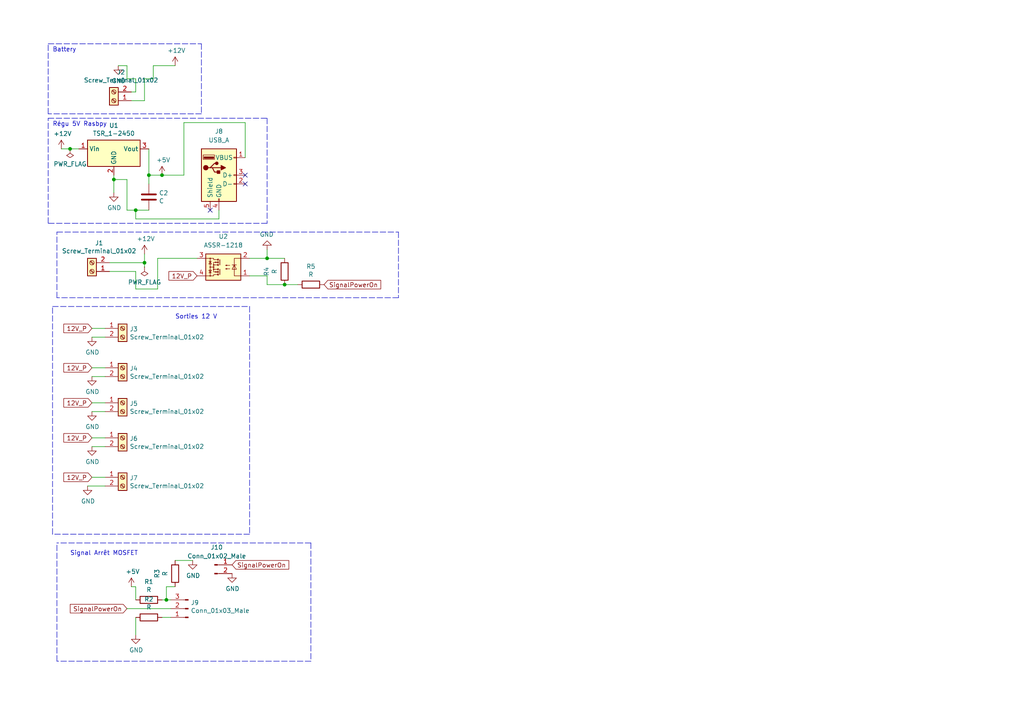
<source format=kicad_sch>
(kicad_sch (version 20211123) (generator eeschema)
  (paper "A4")
  (lib_symbols
    (symbol "Connector:Conn_01x02_Male" (pin_names (offset 1.016) hide)
      (property "Reference" "J" (at 0 2.54 0))
      (property "Value" "Conn_01x02_Male" (at 0 -5.08 0))
      (symbol "Conn_01x02_Male_1_1"
        (polyline (pts (xy 1.27 -2.54) (xy 0.8636 -2.54)) (stroke (width 0.1524)))
        (polyline (pts (xy 1.27 0) (xy 0.8636 0)) (stroke (width 0.1524)))
        (rectangle (start 0.8636 -2.413) (end 0 -2.667) (stroke (width 0.1524)) (fill (type outline)))
        (rectangle (start 0.8636 0.127) (end 0 -0.127) (stroke (width 0.1524)) (fill (type outline)))
        (pin passive line (at 5.08 0 180) (length 3.81) (name "Pin_1") (number "1"))
        (pin passive line (at 5.08 -2.54 180) (length 3.81) (name "Pin_2") (number "2"))
      )
    )
    (symbol "Connector:Conn_01x03_Male" (pin_names (offset 1.016) hide)
      (property "Reference" "J" (at 0 5.08 0))
      (property "Value" "Conn_01x03_Male" (at 0 -5.08 0))
      (symbol "Conn_01x03_Male_1_1"
        (polyline (pts (xy 1.27 -2.54) (xy 0.8636 -2.54)) (stroke (width 0.1524)))
        (polyline (pts (xy 1.27 0) (xy 0.8636 0)) (stroke (width 0.1524)))
        (polyline (pts (xy 1.27 2.54) (xy 0.8636 2.54)) (stroke (width 0.1524)))
        (rectangle (start 0.8636 -2.413) (end 0 -2.667) (stroke (width 0.1524)) (fill (type outline)))
        (rectangle (start 0.8636 0.127) (end 0 -0.127) (stroke (width 0.1524)) (fill (type outline)))
        (rectangle (start 0.8636 2.667) (end 0 2.413) (stroke (width 0.1524)) (fill (type outline)))
        (pin passive line (at 5.08 2.54 180) (length 3.81) (name "Pin_1") (number "1"))
        (pin passive line (at 5.08 0 180) (length 3.81) (name "Pin_2") (number "2"))
        (pin passive line (at 5.08 -2.54 180) (length 3.81) (name "Pin_3") (number "3"))
      )
    )
    (symbol "Connector:Screw_Terminal_01x02" (pin_names (offset 1.016) hide)
      (property "Reference" "J" (at 0 2.54 0))
      (property "Value" "Screw_Terminal_01x02" (at 0 -5.08 0))
      (symbol "Screw_Terminal_01x02_1_1"
        (rectangle (start -1.27 1.27) (end 1.27 -3.81) (stroke (width 0.254)) (fill (type background)))
        (circle (center 0 -2.54) (radius 0.635) (stroke (width 0.1524)))
        (polyline (pts (xy -0.5334 -2.2098) (xy 0.3302 -3.048)) (stroke (width 0.1524)))
        (polyline (pts (xy -0.5334 0.3302) (xy 0.3302 -0.508)) (stroke (width 0.1524)))
        (polyline (pts (xy -0.3556 -2.032) (xy 0.508 -2.8702)) (stroke (width 0.1524)))
        (polyline (pts (xy -0.3556 0.508) (xy 0.508 -0.3302)) (stroke (width 0.1524)))
        (circle (center 0 0) (radius 0.635) (stroke (width 0.1524)))
        (pin passive line (at -5.08 0 0) (length 3.81) (name "Pin_1") (number "1"))
        (pin passive line (at -5.08 -2.54 0) (length 3.81) (name "Pin_2") (number "2"))
      )
    )
    (symbol "Connector:USB_A" (pin_names (offset 1.016))
      (property "Reference" "J" (at -5.08 11.43 0))
      (property "Value" "USB_A" (at -5.08 8.89 0))
      (symbol "USB_A_0_1"
        (rectangle (start -5.08 -7.62) (end 5.08 7.62) (stroke (width 0.254)) (fill (type background)))
        (circle (center -3.81 2.159) (radius 0.635) (stroke (width 0.254)) (fill (type outline)))
        (rectangle (start -1.524 4.826) (end -4.318 5.334) (fill (type outline)))
        (rectangle (start -1.27 4.572) (end -4.572 5.842))
        (circle (center -0.635 3.429) (radius 0.381) (stroke (width 0.254)) (fill (type outline)))
        (rectangle (start -0.127 -7.62) (end 0.127 -6.858))
        (polyline (pts (xy -3.175 2.159) (xy -2.54 2.159) (xy -1.27 3.429) (xy -0.635 3.429)) (stroke (width 0.254)))
        (polyline (pts (xy -2.54 2.159) (xy -1.905 2.159) (xy -1.27 0.889) (xy 0 0.889)) (stroke (width 0.254)))
        (polyline (pts (xy 0.635 2.794) (xy 0.635 1.524) (xy 1.905 2.159) (xy 0.635 2.794)) (stroke (width 0.254)) (fill (type outline)))
        (rectangle (start 0.254 1.27) (end -0.508 0.508) (stroke (width 0.254)) (fill (type outline)))
        (rectangle (start 5.08 -2.667) (end 4.318 -2.413))
        (rectangle (start 5.08 -0.127) (end 4.318 0.127))
        (rectangle (start 5.08 4.953) (end 4.318 5.207))
      )
      (symbol "USB_A_1_1"
        (polyline (pts (xy -1.905 2.159) (xy 0.635 2.159)) (stroke (width 0.254)))
        (pin power_in line (at 7.62 5.08 180) (length 2.54) (name "VBUS") (number "1"))
        (pin bidirectional line (at 7.62 -2.54 180) (length 2.54) (name "D-") (number "2"))
        (pin bidirectional line (at 7.62 0 180) (length 2.54) (name "D+") (number "3"))
        (pin power_in line (at 0 -10.16 90) (length 2.54) (name "GND") (number "4"))
        (pin passive line (at -2.54 -10.16 90) (length 2.54) (name "Shield") (number "5"))
      )
    )
    (symbol "Device:C" (pin_numbers hide) (pin_names (offset 0.254))
      (property "Reference" "C" (at 0.635 2.54 0))
      (property "Value" "C" (at 0.635 -2.54 0))
      (symbol "C_0_1"
        (polyline (pts (xy -2.032 -0.762) (xy 2.032 -0.762)) (stroke (width 0.508)))
        (polyline (pts (xy -2.032 0.762) (xy 2.032 0.762)) (stroke (width 0.508)))
      )
      (symbol "C_1_1"
        (pin passive line (at 0 3.81 270) (length 2.794) (name "~") (number "1"))
        (pin passive line (at 0 -3.81 90) (length 2.794) (name "~") (number "2"))
      )
    )
    (symbol "Device:R" (pin_numbers hide) (pin_names (offset 0))
      (property "Reference" "R" (at 2.032 0 90))
      (property "Value" "R" (at 0 0 90))
      (symbol "R_0_1"
        (rectangle (start -1.016 -2.54) (end 1.016 2.54) (stroke (width 0.254)))
      )
      (symbol "R_1_1"
        (pin passive line (at 0 3.81 270) (length 1.27) (name "~") (number "1"))
        (pin passive line (at 0 -3.81 90) (length 1.27) (name "~") (number "2"))
      )
    )
    (symbol "Regulator_Switching:TSR_1-2450"
      (property "Reference" "U" (at -7.62 6.35 0))
      (property "Value" "TSR_1-2450" (at -1.27 6.35 0))
      (symbol "TSR_1-2450_0_1"
        (rectangle (start -7.62 5.08) (end 7.62 -2.54) (stroke (width 0.254)) (fill (type background)))
      )
      (symbol "TSR_1-2450_1_1"
        (pin power_in line (at -10.16 2.54 0) (length 2.54) (name "Vin") (number "1"))
        (pin power_in line (at 0 -5.08 90) (length 2.54) (name "GND") (number "2"))
        (pin power_out line (at 10.16 2.54 180) (length 2.54) (name "Vout") (number "3"))
      )
    )
    (symbol "Relay_SolidState:ASSR-1218"
      (property "Reference" "U" (at -5.08 5.08 0))
      (property "Value" "ASSR-1218" (at 0 5.08 0))
      (symbol "ASSR-1218_0_1"
        (rectangle (start -5.08 3.81) (end 5.08 -3.81) (stroke (width 0.254)) (fill (type background)))
        (polyline (pts (xy -3.81 -0.635) (xy -2.54 -0.635)))
        (polyline (pts (xy 1.016 -0.635) (xy 1.016 -2.159)) (stroke (width 0.2032)))
        (polyline (pts (xy 1.016 2.159) (xy 1.016 0.635)) (stroke (width 0.2032)))
        (polyline (pts (xy 1.524 -0.508) (xy 1.524 -0.762)) (stroke (width 0.3556)))
        (polyline (pts (xy 2.794 0) (xy 3.81 0)))
        (polyline (pts (xy 3.429 -1.651) (xy 4.191 -1.651)))
        (polyline (pts (xy 3.429 1.651) (xy 4.191 1.651)))
        (polyline (pts (xy 3.81 -2.54) (xy 3.81 2.54)))
        (polyline (pts (xy 1.524 -2.032) (xy 1.524 -2.286) (xy 1.524 -2.286)) (stroke (width 0.3556)))
        (polyline (pts (xy 1.524 -1.27) (xy 1.524 -1.524) (xy 1.524 -1.524)) (stroke (width 0.3556)))
        (polyline (pts (xy 1.524 0.762) (xy 1.524 0.508) (xy 1.524 0.508)) (stroke (width 0.3556)))
        (polyline (pts (xy 1.524 1.524) (xy 1.524 1.27) (xy 1.524 1.27)) (stroke (width 0.3556)))
        (polyline (pts (xy 1.524 2.286) (xy 1.524 2.032) (xy 1.524 2.032)) (stroke (width 0.3556)))
        (polyline (pts (xy 1.651 -1.397) (xy 2.794 -1.397) (xy 2.794 -0.635)))
        (polyline (pts (xy 1.651 1.397) (xy 2.794 1.397) (xy 2.794 0.635)))
        (polyline (pts (xy -5.08 2.54) (xy -3.175 2.54) (xy -3.175 -2.54) (xy -5.08 -2.54)))
        (polyline (pts (xy -3.175 -0.635) (xy -3.81 0.635) (xy -2.54 0.635) (xy -3.175 -0.635)))
        (polyline (pts (xy 1.651 -2.159) (xy 2.794 -2.159) (xy 2.794 -2.54) (xy 5.08 -2.54)))
        (polyline (pts (xy 1.651 -0.635) (xy 2.794 -0.635) (xy 2.794 0.635) (xy 1.651 0.635)))
        (polyline (pts (xy 1.651 2.159) (xy 2.794 2.159) (xy 2.794 2.54) (xy 5.08 2.54)))
        (polyline (pts (xy 1.778 -1.397) (xy 2.286 -1.27) (xy 2.286 -1.524) (xy 1.778 -1.397)))
        (polyline (pts (xy 1.778 1.397) (xy 2.286 1.524) (xy 2.286 1.27) (xy 1.778 1.397)))
        (polyline (pts (xy 3.81 -1.651) (xy 3.429 -0.889) (xy 4.191 -0.889) (xy 3.81 -1.651)))
        (polyline (pts (xy 3.81 1.651) (xy 3.429 0.889) (xy 4.191 0.889) (xy 3.81 1.651)))
        (polyline (pts (xy -1.905 -0.508) (xy -0.635 -0.508) (xy -1.016 -0.635) (xy -1.016 -0.381) (xy -0.635 -0.508)))
        (polyline (pts (xy -1.905 0.508) (xy -0.635 0.508) (xy -1.016 0.381) (xy -1.016 0.635) (xy -0.635 0.508)))
        (circle (center 2.794 -0.635) (radius 0.127))
        (circle (center 2.794 0) (radius 0.127))
        (circle (center 2.794 0.635) (radius 0.127))
        (circle (center 3.81 -2.54) (radius 0.127))
        (circle (center 3.81 0) (radius 0.127))
        (circle (center 3.81 2.54) (radius 0.127))
      )
      (symbol "ASSR-1218_1_1"
        (pin passive line (at -7.62 2.54 0) (length 2.54) (name "~") (number "1"))
        (pin passive line (at -7.62 -2.54 0) (length 2.54) (name "~") (number "2"))
        (pin passive line (at 7.62 -2.54 180) (length 2.54) (name "~") (number "3"))
        (pin passive line (at 7.62 2.54 180) (length 2.54) (name "~") (number "4"))
      )
    )
    (symbol "power:+12V" (power) (pin_names (offset 0))
      (property "Value" "+12V" (at 0 3.556 0))
      (symbol "+12V_0_1"
        (polyline (pts (xy -0.762 1.27) (xy 0 2.54)))
        (polyline (pts (xy 0 0) (xy 0 2.54)))
        (polyline (pts (xy 0 2.54) (xy 0.762 1.27)))
      )
      (symbol "+12V_1_1"
        (pin power_in line (at 0 0 90) (length 0) hide (name "+12V") (number "1"))
      )
    )
    (symbol "power:+5V" (power) (pin_names (offset 0))
      (property "Value" "+5V" (at 0 3.556 0))
      (symbol "+5V_0_1"
        (polyline (pts (xy -0.762 1.27) (xy 0 2.54)))
        (polyline (pts (xy 0 0) (xy 0 2.54)))
        (polyline (pts (xy 0 2.54) (xy 0.762 1.27)))
      )
      (symbol "+5V_1_1"
        (pin power_in line (at 0 0 90) (length 0) hide (name "+5V") (number "1"))
      )
    )
    (symbol "power:GND" (power) (pin_names (offset 0))
      (property "Value" "GND" (at 0 -3.81 0))
      (symbol "GND_0_1"
        (polyline (pts (xy 0 0) (xy 0 -1.27) (xy 1.27 -1.27) (xy 0 -2.54) (xy -1.27 -1.27) (xy 0 -1.27)))
      )
      (symbol "GND_1_1"
        (pin power_in line (at 0 0 270) (length 0) hide (name "GND") (number "1"))
      )
    )
    (symbol "power:PWR_FLAG" (power) (pin_numbers hide) (pin_names (offset 0) hide)
      (property "Value" "PWR_FLAG" (at 0 3.81 0))
      (symbol "PWR_FLAG_0_0"
        (pin power_out line (at 0 0 90) (length 0) (name "pwr") (number "1"))
      )
      (symbol "PWR_FLAG_0_1"
        (polyline (pts (xy 0 0) (xy 0 1.27) (xy -1.016 1.905) (xy 0 2.54) (xy 1.016 1.905) (xy 0 1.27)))
      )
    )
  )
  (junction (at 41.91 76.2))
  (junction (at 39.37 60.96))
  (junction (at 33.02 52.07))
  (junction (at 77.47 74.93))
  (junction (at 46.99 50.8))
  (junction (at 43.18 50.8))
  (junction (at 82.55 82.55))
  (junction (at 48.26 173.99))
  (junction (at 20.32 43.18))
  (no_connect (at 71.12 50.8))
  (no_connect (at 71.12 53.34))
  (no_connect (at 60.96 60.96))
  (polyline (pts (xy 16.51 191.77) (xy 16.51 157.48)))
  (wire (pts (xy 26.67 119.38) (xy 30.48 119.38)))
  (polyline (pts (xy 115.57 67.31) (xy 115.57 86.36)))
  (wire (pts (xy 39.37 63.5) (xy 63.5 63.5)))
  (wire (pts (xy 43.18 60.96) (xy 39.37 60.96)))
  (wire (pts (xy 41.91 73.66) (xy 41.91 76.2)))
  (polyline (pts (xy 16.51 67.31) (xy 115.57 67.31)))
  (wire (pts (xy 82.55 82.55) (xy 86.36 82.55)))
  (wire (pts (xy 33.02 52.07) (xy 33.02 50.8)))
  (wire (pts (xy 31.75 76.2) (xy 41.91 76.2)))
  (polyline (pts (xy 58.42 12.7) (xy 58.42 33.02)))
  (wire (pts (xy 26.67 109.22) (xy 30.48 109.22)))
  (polyline (pts (xy 15.24 88.9) (xy 72.39 88.9)))
  (wire (pts (xy 43.18 50.8) (xy 43.18 43.18)))
  (wire (pts (xy 41.91 29.21) (xy 41.91 22.86)))
  (wire (pts (xy 20.32 43.18) (xy 22.86 43.18)))
  (polyline (pts (xy 77.47 34.29) (xy 77.47 64.77)))
  (polyline (pts (xy 13.97 64.77) (xy 13.97 34.29)))
  (wire (pts (xy 39.37 83.82) (xy 45.72 83.82)))
  (wire (pts (xy 77.47 80.01) (xy 77.47 82.55)))
  (wire (pts (xy 46.99 50.8) (xy 43.18 50.8)))
  (polyline (pts (xy 90.17 157.48) (xy 16.51 157.48)))
  (polyline (pts (xy 15.24 154.94) (xy 15.24 88.9)))
  (wire (pts (xy 26.67 97.79) (xy 30.48 97.79)))
  (wire (pts (xy 77.47 74.93) (xy 72.39 74.93)))
  (wire (pts (xy 50.8 162.56) (xy 55.88 162.56)))
  (wire (pts (xy 53.34 50.8) (xy 46.99 50.8)))
  (polyline (pts (xy 13.97 12.7) (xy 58.42 12.7)))
  (polyline (pts (xy 13.97 33.02) (xy 13.97 12.7)))
  (wire (pts (xy 39.37 170.18) (xy 38.1 170.18)))
  (wire (pts (xy 63.5 60.96) (xy 63.5 63.5)))
  (wire (pts (xy 72.39 80.01) (xy 77.47 80.01)))
  (polyline (pts (xy 16.51 86.36) (xy 16.51 67.31)))
  (wire (pts (xy 39.37 184.15) (xy 39.37 179.07)))
  (polyline (pts (xy 77.47 64.77) (xy 13.97 64.77)))
  (wire (pts (xy 26.67 138.43) (xy 30.48 138.43)))
  (polyline (pts (xy 72.39 154.94) (xy 15.24 154.94)))
  (wire (pts (xy 39.37 22.86) (xy 36.83 22.86)))
  (wire (pts (xy 71.12 35.56) (xy 71.12 45.72)))
  (wire (pts (xy 44.45 22.86) (xy 41.91 22.86)))
  (wire (pts (xy 36.83 60.96) (xy 36.83 52.07)))
  (wire (pts (xy 39.37 83.82) (xy 39.37 78.74)))
  (wire (pts (xy 53.34 35.56) (xy 71.12 35.56)))
  (wire (pts (xy 49.53 179.07) (xy 46.99 179.07)))
  (wire (pts (xy 39.37 63.5) (xy 39.37 60.96)))
  (polyline (pts (xy 72.39 88.9) (xy 72.39 154.94)))
  (wire (pts (xy 43.18 53.34) (xy 43.18 50.8)))
  (wire (pts (xy 48.26 170.18) (xy 48.26 173.99)))
  (wire (pts (xy 82.55 74.93) (xy 77.47 74.93)))
  (polyline (pts (xy 58.42 33.02) (xy 13.97 33.02)))
  (wire (pts (xy 77.47 82.55) (xy 82.55 82.55)))
  (wire (pts (xy 31.75 78.74) (xy 39.37 78.74)))
  (wire (pts (xy 33.02 55.88) (xy 33.02 52.07)))
  (wire (pts (xy 46.99 173.99) (xy 48.26 173.99)))
  (polyline (pts (xy 90.17 191.77) (xy 16.51 191.77)))
  (polyline (pts (xy 13.97 34.29) (xy 77.47 34.29)))
  (wire (pts (xy 26.67 106.68) (xy 30.48 106.68)))
  (wire (pts (xy 38.1 29.21) (xy 41.91 29.21)))
  (wire (pts (xy 26.67 129.54) (xy 30.48 129.54)))
  (wire (pts (xy 36.83 52.07) (xy 33.02 52.07)))
  (wire (pts (xy 41.91 77.47) (xy 41.91 76.2)))
  (wire (pts (xy 25.4 140.97) (xy 30.48 140.97)))
  (polyline (pts (xy 115.57 86.36) (xy 16.51 86.36)))
  (wire (pts (xy 26.67 116.84) (xy 30.48 116.84)))
  (wire (pts (xy 44.45 19.05) (xy 44.45 22.86)))
  (wire (pts (xy 39.37 173.99) (xy 39.37 170.18)))
  (wire (pts (xy 36.83 19.05) (xy 34.29 19.05)))
  (wire (pts (xy 36.83 22.86) (xy 36.83 19.05)))
  (wire (pts (xy 50.8 170.18) (xy 48.26 170.18)))
  (wire (pts (xy 26.67 95.25) (xy 30.48 95.25)))
  (wire (pts (xy 48.26 173.99) (xy 49.53 173.99)))
  (wire (pts (xy 45.72 74.93) (xy 57.15 74.93)))
  (wire (pts (xy 26.67 127) (xy 30.48 127)))
  (wire (pts (xy 36.83 176.53) (xy 49.53 176.53)))
  (wire (pts (xy 38.1 26.67) (xy 39.37 26.67)))
  (wire (pts (xy 39.37 26.67) (xy 39.37 22.86)))
  (wire (pts (xy 77.47 72.39) (xy 77.47 74.93)))
  (wire (pts (xy 53.34 50.8) (xy 53.34 35.56)))
  (wire (pts (xy 39.37 60.96) (xy 36.83 60.96)))
  (polyline (pts (xy 90.17 157.48) (xy 90.17 191.77)))
  (wire (pts (xy 45.72 83.82) (xy 45.72 74.93)))
  (wire (pts (xy 44.45 19.05) (xy 50.8 19.05)))
  (wire (pts (xy 17.78 43.18) (xy 20.32 43.18)))
  (text "Sorties 12 V" (at 50.8 92.71 0) (effects (font (size 1.27 1.27)) (justify left bottom)))
  (text "Battery" (at 15.24 15.24 0) (effects (font (size 1.27 1.27)) (justify left bottom)))
  (text "Régu 5V Rasbpy" (at 15.24 36.83 0) (effects (font (size 1.27 1.27)) (justify left bottom)))
  (text "Signal Arrêt MOSFET" (at 20.32 161.29 0) (effects (font (size 1.27 1.27)) (justify left bottom)))
  (global_label "SignalPowerOn" (shape input) (at 67.31 163.83 0) (property "Intersheet References" "${INTERSHEET_REFS}" (effects hide)))
  (global_label "SignalPowerOn" (shape input) (at 36.83 176.53 180) (property "Intersheet References" "${INTERSHEET_REFS}" (effects hide)))
  (global_label "SignalPowerOn" (shape input) (at 93.98 82.55 0) (property "Intersheet References" "${INTERSHEET_REFS}" (effects hide)))
  (global_label "12V_P" (shape input) (at 26.67 127 180) (property "Intersheet References" "${INTERSHEET_REFS}" (effects hide)))
  (global_label "12V_P" (shape input) (at 26.67 106.68 180) (property "Intersheet References" "${INTERSHEET_REFS}" (effects hide)))
  (global_label "12V_P" (shape input) (at 57.15 80.01 180) (property "Intersheet References" "${INTERSHEET_REFS}" (effects hide)))
  (global_label "12V_P" (shape input) (at 26.67 138.43 180) (property "Intersheet References" "${INTERSHEET_REFS}" (effects hide)))
  (global_label "12V_P" (shape input) (at 26.67 116.84 180) (property "Intersheet References" "${INTERSHEET_REFS}" (effects hide)))
  (global_label "12V_P" (shape input) (at 26.67 95.25 180) (property "Intersheet References" "${INTERSHEET_REFS}" (effects hide)))
  (symbol (lib_id "Connector:Screw_Terminal_01x02") (at 33.02 29.21 180) (unit 1)
    (property "Reference" "J2" (at 35.1028 20.955 0))
    (property "Value" "Screw_Terminal_01x02" (at 35.1028 23.2664 0))
    (property "Footprint" "TerminalBlock:TerminalBlock_bornier-2_P5.08mm" (effects hide))
  )
  (symbol (lib_id "power:+12V") (at 50.8 19.05 0) (unit 1)
    (property "Reference" "#PWR012" (effects hide))
    (property "Value" "+12V" (at 51.181 14.6558 0))
  )
  (symbol (lib_id "power:GND") (at 34.29 19.05 0) (unit 1)
    (property "Reference" "#PWR09" (effects hide))
    (property "Value" "GND" (at 34.417 23.4442 0))
  )
  (symbol (lib_id "Regulator_Switching:TSR_1-2450") (at 33.02 45.72 0) (unit 1)
    (property "Reference" "U1" (at 33.02 36.3982 0))
    (property "Value" "TSR_1-2450" (at 33.02 38.7096 0))
    (property "Footprint" "Converter_DCDC:Converter_DCDC_TRACO_TSR-1_THT" (effects hide))
    (property "Datasheet" "http://www.tracopower.com/products/tsr1.pdf" (effects hide))
  )
  (symbol (lib_id "power:GND") (at 33.02 55.88 0) (unit 1)
    (property "Reference" "#PWR08" (effects hide))
    (property "Value" "GND" (at 33.147 60.2742 0))
  )
  (symbol (lib_id "power:+5V") (at 46.99 50.8 0) (unit 1)
    (property "Reference" "#PWR011" (effects hide))
    (property "Value" "+5V" (at 47.371 46.4058 0))
  )
  (symbol (lib_id "power:+12V") (at 17.78 43.18 0) (unit 1)
    (property "Reference" "#PWR01" (effects hide))
    (property "Value" "+12V" (at 18.161 38.7858 0))
  )
  (symbol (lib_id "Device:C") (at 43.18 57.15 0) (unit 1)
    (property "Reference" "C2" (at 46.101 55.9816 0) (effects (justify left)))
    (property "Value" "C" (at 46.101 58.293 0) (effects (justify left)))
    (property "Footprint" "Capacitor_SMD:C_0805_2012Metric" (effects hide))
  )
  (symbol (lib_id "Connector:Screw_Terminal_01x02") (at 26.67 78.74 180) (unit 1)
    (property "Reference" "J1" (at 28.7528 70.485 0))
    (property "Value" "Screw_Terminal_01x02" (at 28.7528 72.7964 0))
    (property "Footprint" "TerminalBlock:TerminalBlock_bornier-2_P5.08mm" (effects hide))
  )
  (symbol (lib_id "Connector:Screw_Terminal_01x02") (at 35.56 95.25 0) (unit 1)
    (property "Reference" "J3" (at 37.592 95.4532 0) (effects (justify left)))
    (property "Value" "Screw_Terminal_01x02" (at 37.592 97.7646 0) (effects (justify left)))
    (property "Footprint" "TerminalBlock:TerminalBlock_bornier-2_P5.08mm" (effects hide))
  )
  (symbol (lib_id "Connector:Conn_01x03_Male") (at 54.61 176.53 180) (unit 1)
    (property "Reference" "J9" (at 55.3212 174.8028 0) (effects (justify right)))
    (property "Value" "Conn_01x03_Male" (at 55.3212 177.1142 0) (effects (justify right)))
    (property "Footprint" "Connector_JST:JST_XH_B3B-XH-AM_1x03_P2.50mm_Vertical" (effects hide))
  )
  (symbol (lib_id "power:+5V") (at 38.1 170.18 0) (unit 1)
    (property "Reference" "#PWR013" (effects hide))
    (property "Value" "+5V" (at 38.481 165.7858 0))
  )
  (symbol (lib_id "power:GND") (at 39.37 184.15 0) (unit 1)
    (property "Reference" "#PWR014" (effects hide))
    (property "Value" "GND" (at 39.497 188.5442 0))
  )
  (symbol (lib_id "Device:R") (at 43.18 173.99 270) (unit 1)
    (property "Reference" "R1" (at 43.18 168.7322 90))
    (property "Value" "R" (at 43.18 171.0436 90))
    (property "Footprint" "Resistor_SMD:R_0805_2012Metric" (effects hide))
  )
  (symbol (lib_id "Device:R") (at 43.18 179.07 270) (unit 1)
    (property "Reference" "R2" (at 43.18 173.8122 90))
    (property "Value" "R" (at 43.18 176.1236 90))
    (property "Footprint" "Resistor_SMD:R_0805_2012Metric" (effects hide))
  )
  (symbol (lib_id "Connector:Screw_Terminal_01x02") (at 35.56 106.68 0) (unit 1)
    (property "Reference" "J4" (at 37.592 106.8832 0) (effects (justify left)))
    (property "Value" "Screw_Terminal_01x02" (at 37.592 109.1946 0) (effects (justify left)))
    (property "Footprint" "TerminalBlock:TerminalBlock_bornier-2_P5.08mm" (effects hide))
  )
  (symbol (lib_id "Connector:Screw_Terminal_01x02") (at 35.56 116.84 0) (unit 1)
    (property "Reference" "J5" (at 37.592 117.0432 0) (effects (justify left)))
    (property "Value" "Screw_Terminal_01x02" (at 37.592 119.3546 0) (effects (justify left)))
    (property "Footprint" "TerminalBlock:TerminalBlock_bornier-2_P5.08mm" (effects hide))
  )
  (symbol (lib_id "Connector:Screw_Terminal_01x02") (at 35.56 127 0) (unit 1)
    (property "Reference" "J6" (at 37.592 127.2032 0) (effects (justify left)))
    (property "Value" "Screw_Terminal_01x02" (at 37.592 129.5146 0) (effects (justify left)))
    (property "Footprint" "TerminalBlock:TerminalBlock_bornier-2_P5.08mm" (effects hide))
  )
  (symbol (lib_id "Connector:Screw_Terminal_01x02") (at 35.56 138.43 0) (unit 1)
    (property "Reference" "J7" (at 37.592 138.6332 0) (effects (justify left)))
    (property "Value" "Screw_Terminal_01x02" (at 37.592 140.9446 0) (effects (justify left)))
    (property "Footprint" "TerminalBlock:TerminalBlock_bornier-2_P5.08mm" (effects hide))
  )
  (symbol (lib_id "power:PWR_FLAG") (at 20.32 43.18 180) (unit 1)
    (property "Reference" "#FLG0101" (effects hide))
    (property "Value" "PWR_FLAG" (at 20.32 47.5742 0))
  )
  (symbol (lib_id "power:PWR_FLAG") (at 41.91 77.47 180) (unit 1)
    (property "Reference" "#FLG0102" (effects hide))
    (property "Value" "PWR_FLAG" (at 41.91 81.8642 0))
  )
  (symbol (lib_id "Connector:Conn_01x02_Male") (at 62.23 163.83 0) (unit 1)
    (property "Reference" "J10" (at 62.865 158.75 0))
    (property "Value" "Conn_01x02_Male" (at 62.865 161.29 0))
    (property "Footprint" "Connector_JST:JST_EH_B2B-EH-A_1x02_P2.50mm_Vertical" (effects hide))
  )
  (symbol (lib_id "Device:R") (at 50.8 166.37 0) (unit 1)
    (property "Reference" "R3" (at 45.5422 166.37 90))
    (property "Value" "R" (at 47.8536 166.37 90))
    (property "Footprint" "Resistor_SMD:R_0805_2012Metric" (effects hide))
  )
  (symbol (lib_id "power:GND") (at 55.88 162.56 0) (unit 1)
    (property "Reference" "#PWR010" (effects hide))
    (property "Value" "GND" (at 56.007 166.9542 0))
  )
  (symbol (lib_id "Connector:USB_A") (at 63.5 50.8 0) (unit 1)
    (property "Reference" "J8" (at 63.5 38.1 0))
    (property "Value" "USB_A" (at 63.5 40.64 0))
    (property "Footprint" "Connector_USB:USB_A_Molex_67643_Horizontal" (effects hide))
    (property "Datasheet" " ~" (effects hide))
  )
  (symbol (lib_id "power:GND") (at 67.31 166.37 0) (unit 1)
    (property "Reference" "#PWR0101" (effects hide))
    (property "Value" "GND" (at 67.437 170.7642 0))
  )
  (symbol (lib_id "Device:R") (at 82.55 78.74 0) (unit 1)
    (property "Reference" "R4" (at 77.2922 78.74 90))
    (property "Value" "R" (at 79.6036 78.74 90))
    (property "Footprint" "Resistor_SMD:R_0805_2012Metric" (effects hide))
  )
  (symbol (lib_id "Relay_SolidState:ASSR-1218") (at 64.77 77.47 180) (unit 1)
    (property "Reference" "U2" (at 64.77 68.58 0))
    (property "Value" "ASSR-1218" (at 64.77 71.12 0))
    (property "Footprint" "Package_SO:SO-4_4.4x3.6mm_P2.54mm" (effects hide))
    (property "Datasheet" "https://docs.broadcom.com/docs/AV02-0173EN" (effects hide))
  )
  (symbol (lib_id "power:GND") (at 26.67 109.22 0) (unit 1)
    (property "Reference" "#PWR04" (effects hide))
    (property "Value" "GND" (at 26.797 113.6142 0))
  )
  (symbol (lib_id "power:GND") (at 25.4 140.97 0) (unit 1)
    (property "Reference" "#PWR02" (effects hide))
    (property "Value" "GND" (at 25.527 145.3642 0))
  )
  (symbol (lib_id "Device:R") (at 90.17 82.55 270) (unit 1)
    (property "Reference" "R5" (at 90.17 77.2922 90))
    (property "Value" "R" (at 90.17 79.6036 90))
    (property "Footprint" "Resistor_SMD:R_0805_2012Metric" (effects hide))
  )
  (symbol (lib_id "power:GND") (at 26.67 97.79 0) (unit 1)
    (property "Reference" "#PWR03" (effects hide))
    (property "Value" "GND" (at 26.797 102.1842 0))
  )
  (symbol (lib_id "power:+12V") (at 41.91 73.66 0) (unit 1)
    (property "Reference" "#PWR07" (effects hide))
    (property "Value" "+12V" (at 42.291 69.2658 0))
  )
  (symbol (lib_id "power:GND") (at 26.67 119.38 0) (unit 1)
    (property "Reference" "#PWR05" (effects hide))
    (property "Value" "GND" (at 26.797 123.7742 0))
  )
  (symbol (lib_id "power:GND") (at 77.47 72.39 180) (unit 1)
    (property "Reference" "#PWR015" (effects hide))
    (property "Value" "GND" (at 77.343 67.9958 0))
  )
  (symbol (lib_id "power:GND") (at 26.67 129.54 0) (unit 1)
    (property "Reference" "#PWR06" (effects hide))
    (property "Value" "GND" (at 26.797 133.9342 0))
  )
)
</source>
